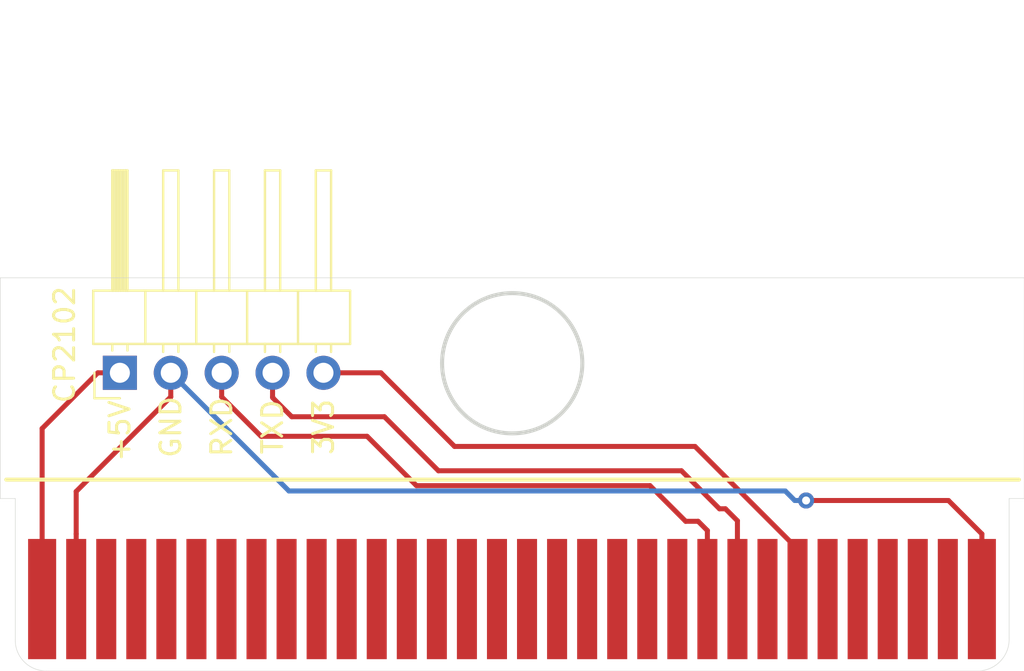
<source format=kicad_pcb>
(kicad_pcb (version 20171130) (host pcbnew "(5.1.2)-2")

  (general
    (thickness 0.8)
    (drawings 17)
    (tracks 41)
    (zones 0)
    (modules 2)
    (nets 32)
  )

  (page A4)
  (layers
    (0 F.Cu signal)
    (31 B.Cu signal)
    (32 B.Adhes user)
    (33 F.Adhes user)
    (34 B.Paste user)
    (35 F.Paste user)
    (36 B.SilkS user)
    (37 F.SilkS user)
    (38 B.Mask user)
    (39 F.Mask user)
    (40 Dwgs.User user)
    (41 Cmts.User user)
    (42 Eco1.User user)
    (43 Eco2.User user)
    (44 Edge.Cuts user)
    (45 Margin user)
    (46 B.CrtYd user)
    (47 F.CrtYd user)
    (48 B.Fab user)
    (49 F.Fab user)
  )

  (setup
    (last_trace_width 0.25)
    (trace_clearance 0.2)
    (zone_clearance 0.508)
    (zone_45_only no)
    (trace_min 0.2)
    (via_size 0.8)
    (via_drill 0.4)
    (via_min_size 0.4)
    (via_min_drill 0.3)
    (uvia_size 0.3)
    (uvia_drill 0.1)
    (uvias_allowed no)
    (uvia_min_size 0.2)
    (uvia_min_drill 0.1)
    (edge_width 0.2)
    (segment_width 0.2)
    (pcb_text_width 0.3)
    (pcb_text_size 1.5 1.5)
    (mod_edge_width 0.15)
    (mod_text_size 1 1)
    (mod_text_width 0.15)
    (pad_size 1 6)
    (pad_drill 0)
    (pad_to_mask_clearance 0.2)
    (solder_mask_min_width 0.25)
    (aux_axis_origin 0 0)
    (visible_elements 7FFFEFFF)
    (pcbplotparams
      (layerselection 0x3ffff_ffffffff)
      (usegerberextensions false)
      (usegerberattributes false)
      (usegerberadvancedattributes false)
      (creategerberjobfile false)
      (excludeedgelayer true)
      (linewidth 0.100000)
      (plotframeref false)
      (viasonmask false)
      (mode 1)
      (useauxorigin false)
      (hpglpennumber 1)
      (hpglpenspeed 20)
      (hpglpendiameter 15.000000)
      (psnegative false)
      (psa4output false)
      (plotreference true)
      (plotvalue true)
      (plotinvisibletext false)
      (padsonsilk false)
      (subtractmaskfromsilk false)
      (outputformat 1)
      (mirror false)
      (drillshape 0)
      (scaleselection 1)
      (outputdirectory "gerbers/"))
  )

  (net 0 "")
  (net 1 GND)
  (net 2 "Net-(U0-Pad20)")
  (net 3 "Net-(U0-Pad5)")
  (net 4 "Net-(C1-Pad2)")
  (net 5 "Net-(M1-Pad2)")
  (net 6 "Net-(M1-Pad3)")
  (net 7 "Net-(M1-Pad4)")
  (net 8 "Net-(M1-Pad5)")
  (net 9 "Net-(M1-Pad6)")
  (net 10 "Net-(M1-Pad7)")
  (net 11 "Net-(M1-Pad8)")
  (net 12 "Net-(M1-Pad9)")
  (net 13 "Net-(M1-Pad11)")
  (net 14 "Net-(M1-Pad12)")
  (net 15 "Net-(M1-Pad13)")
  (net 16 "Net-(M1-Pad15)")
  (net 17 "Net-(M1-Pad16)")
  (net 18 "Net-(M1-Pad17)")
  (net 19 "Net-(M1-Pad18)")
  (net 20 "Net-(M1-Pad19)")
  (net 21 "Net-(M1-Pad21)")
  (net 22 "Net-(M1-Pad22)")
  (net 23 "Net-(M1-Pad23)")
  (net 24 "Net-(M1-Pad24)")
  (net 25 "Net-(M1-Pad25)")
  (net 26 "Net-(M1-Pad27)")
  (net 27 "Net-(U0-Pad19)")
  (net 28 "Net-(U0-Pad21)")
  (net 29 "Net-(U0-Pad30)")
  (net 30 "Net-(M1-Pad10)")
  (net 31 "Net-(U0-Pad31)")

  (net_class Default "This is the default net class."
    (clearance 0.2)
    (trace_width 0.25)
    (via_dia 0.8)
    (via_drill 0.4)
    (uvia_dia 0.3)
    (uvia_drill 0.1)
    (add_net GND)
    (add_net "Net-(C1-Pad2)")
    (add_net "Net-(M1-Pad10)")
    (add_net "Net-(M1-Pad11)")
    (add_net "Net-(M1-Pad12)")
    (add_net "Net-(M1-Pad13)")
    (add_net "Net-(M1-Pad15)")
    (add_net "Net-(M1-Pad16)")
    (add_net "Net-(M1-Pad17)")
    (add_net "Net-(M1-Pad18)")
    (add_net "Net-(M1-Pad19)")
    (add_net "Net-(M1-Pad2)")
    (add_net "Net-(M1-Pad21)")
    (add_net "Net-(M1-Pad22)")
    (add_net "Net-(M1-Pad23)")
    (add_net "Net-(M1-Pad24)")
    (add_net "Net-(M1-Pad25)")
    (add_net "Net-(M1-Pad27)")
    (add_net "Net-(M1-Pad3)")
    (add_net "Net-(M1-Pad4)")
    (add_net "Net-(M1-Pad5)")
    (add_net "Net-(M1-Pad6)")
    (add_net "Net-(M1-Pad7)")
    (add_net "Net-(M1-Pad8)")
    (add_net "Net-(M1-Pad9)")
    (add_net "Net-(U0-Pad19)")
    (add_net "Net-(U0-Pad20)")
    (add_net "Net-(U0-Pad21)")
    (add_net "Net-(U0-Pad30)")
    (add_net "Net-(U0-Pad31)")
    (add_net "Net-(U0-Pad5)")
  )

  (module Connector_PinHeader_2.54mm:PinHeader_1x05_P2.54mm_Horizontal (layer F.Cu) (tedit 5E28CE3A) (tstamp 5E296B32)
    (at 123.04014 115.12804 90)
    (descr "Through hole angled pin header, 1x05, 2.54mm pitch, 6mm pin length, single row")
    (tags "Through hole angled pin header THT 1x05 2.54mm single row")
    (fp_text reference CP2102 (at 1.397 -2.76352 90) (layer F.SilkS)
      (effects (font (size 1 1) (thickness 0.15)))
    )
    (fp_text value PinHeader_1x05_P2.54mm_Horizontal (at 4.385 12.43 90) (layer F.Fab)
      (effects (font (size 1 1) (thickness 0.15)))
    )
    (fp_text user %R (at 2.77 5.08) (layer F.Fab)
      (effects (font (size 1 1) (thickness 0.15)))
    )
    (fp_line (start 10.55 -1.8) (end -1.8 -1.8) (layer F.CrtYd) (width 0.05))
    (fp_line (start 10.55 11.95) (end 10.55 -1.8) (layer F.CrtYd) (width 0.05))
    (fp_line (start -1.8 11.95) (end 10.55 11.95) (layer F.CrtYd) (width 0.05))
    (fp_line (start -1.8 -1.8) (end -1.8 11.95) (layer F.CrtYd) (width 0.05))
    (fp_line (start -1.27 -1.27) (end 0 -1.27) (layer F.SilkS) (width 0.12))
    (fp_line (start -1.27 0) (end -1.27 -1.27) (layer F.SilkS) (width 0.12))
    (fp_line (start 1.042929 10.54) (end 1.44 10.54) (layer F.SilkS) (width 0.12))
    (fp_line (start 1.042929 9.78) (end 1.44 9.78) (layer F.SilkS) (width 0.12))
    (fp_line (start 10.1 10.54) (end 4.1 10.54) (layer F.SilkS) (width 0.12))
    (fp_line (start 10.1 9.78) (end 10.1 10.54) (layer F.SilkS) (width 0.12))
    (fp_line (start 4.1 9.78) (end 10.1 9.78) (layer F.SilkS) (width 0.12))
    (fp_line (start 1.44 8.89) (end 4.1 8.89) (layer F.SilkS) (width 0.12))
    (fp_line (start 1.042929 8) (end 1.44 8) (layer F.SilkS) (width 0.12))
    (fp_line (start 1.042929 7.24) (end 1.44 7.24) (layer F.SilkS) (width 0.12))
    (fp_line (start 10.1 8) (end 4.1 8) (layer F.SilkS) (width 0.12))
    (fp_line (start 10.1 7.24) (end 10.1 8) (layer F.SilkS) (width 0.12))
    (fp_line (start 4.1 7.24) (end 10.1 7.24) (layer F.SilkS) (width 0.12))
    (fp_line (start 1.44 6.35) (end 4.1 6.35) (layer F.SilkS) (width 0.12))
    (fp_line (start 1.042929 5.46) (end 1.44 5.46) (layer F.SilkS) (width 0.12))
    (fp_line (start 1.042929 4.7) (end 1.44 4.7) (layer F.SilkS) (width 0.12))
    (fp_line (start 10.1 5.46) (end 4.1 5.46) (layer F.SilkS) (width 0.12))
    (fp_line (start 10.1 4.7) (end 10.1 5.46) (layer F.SilkS) (width 0.12))
    (fp_line (start 4.1 4.7) (end 10.1 4.7) (layer F.SilkS) (width 0.12))
    (fp_line (start 1.44 3.81) (end 4.1 3.81) (layer F.SilkS) (width 0.12))
    (fp_line (start 1.042929 2.92) (end 1.44 2.92) (layer F.SilkS) (width 0.12))
    (fp_line (start 1.042929 2.16) (end 1.44 2.16) (layer F.SilkS) (width 0.12))
    (fp_line (start 10.1 2.92) (end 4.1 2.92) (layer F.SilkS) (width 0.12))
    (fp_line (start 10.1 2.16) (end 10.1 2.92) (layer F.SilkS) (width 0.12))
    (fp_line (start 4.1 2.16) (end 10.1 2.16) (layer F.SilkS) (width 0.12))
    (fp_line (start 1.44 1.27) (end 4.1 1.27) (layer F.SilkS) (width 0.12))
    (fp_line (start 1.11 0.38) (end 1.44 0.38) (layer F.SilkS) (width 0.12))
    (fp_line (start 1.11 -0.38) (end 1.44 -0.38) (layer F.SilkS) (width 0.12))
    (fp_line (start 4.1 0.28) (end 10.1 0.28) (layer F.SilkS) (width 0.12))
    (fp_line (start 4.1 0.16) (end 10.1 0.16) (layer F.SilkS) (width 0.12))
    (fp_line (start 4.1 0.04) (end 10.1 0.04) (layer F.SilkS) (width 0.12))
    (fp_line (start 4.1 -0.08) (end 10.1 -0.08) (layer F.SilkS) (width 0.12))
    (fp_line (start 4.1 -0.2) (end 10.1 -0.2) (layer F.SilkS) (width 0.12))
    (fp_line (start 4.1 -0.32) (end 10.1 -0.32) (layer F.SilkS) (width 0.12))
    (fp_line (start 10.1 0.38) (end 4.1 0.38) (layer F.SilkS) (width 0.12))
    (fp_line (start 10.1 -0.38) (end 10.1 0.38) (layer F.SilkS) (width 0.12))
    (fp_line (start 4.1 -0.38) (end 10.1 -0.38) (layer F.SilkS) (width 0.12))
    (fp_line (start 4.1 -1.33) (end 1.44 -1.33) (layer F.SilkS) (width 0.12))
    (fp_line (start 4.1 11.49) (end 4.1 -1.33) (layer F.SilkS) (width 0.12))
    (fp_line (start 1.44 11.49) (end 4.1 11.49) (layer F.SilkS) (width 0.12))
    (fp_line (start 1.44 -1.33) (end 1.44 11.49) (layer F.SilkS) (width 0.12))
    (fp_line (start 4.04 10.48) (end 10.04 10.48) (layer F.Fab) (width 0.1))
    (fp_line (start 10.04 9.84) (end 10.04 10.48) (layer F.Fab) (width 0.1))
    (fp_line (start 4.04 9.84) (end 10.04 9.84) (layer F.Fab) (width 0.1))
    (fp_line (start -0.32 10.48) (end 1.5 10.48) (layer F.Fab) (width 0.1))
    (fp_line (start -0.32 9.84) (end -0.32 10.48) (layer F.Fab) (width 0.1))
    (fp_line (start -0.32 9.84) (end 1.5 9.84) (layer F.Fab) (width 0.1))
    (fp_line (start 4.04 7.94) (end 10.04 7.94) (layer F.Fab) (width 0.1))
    (fp_line (start 10.04 7.3) (end 10.04 7.94) (layer F.Fab) (width 0.1))
    (fp_line (start 4.04 7.3) (end 10.04 7.3) (layer F.Fab) (width 0.1))
    (fp_line (start -0.32 7.94) (end 1.5 7.94) (layer F.Fab) (width 0.1))
    (fp_line (start -0.32 7.3) (end -0.32 7.94) (layer F.Fab) (width 0.1))
    (fp_line (start -0.32 7.3) (end 1.5 7.3) (layer F.Fab) (width 0.1))
    (fp_line (start 4.04 5.4) (end 10.04 5.4) (layer F.Fab) (width 0.1))
    (fp_line (start 10.04 4.76) (end 10.04 5.4) (layer F.Fab) (width 0.1))
    (fp_line (start 4.04 4.76) (end 10.04 4.76) (layer F.Fab) (width 0.1))
    (fp_line (start -0.32 5.4) (end 1.5 5.4) (layer F.Fab) (width 0.1))
    (fp_line (start -0.32 4.76) (end -0.32 5.4) (layer F.Fab) (width 0.1))
    (fp_line (start -0.32 4.76) (end 1.5 4.76) (layer F.Fab) (width 0.1))
    (fp_line (start 4.04 2.86) (end 10.04 2.86) (layer F.Fab) (width 0.1))
    (fp_line (start 10.04 2.22) (end 10.04 2.86) (layer F.Fab) (width 0.1))
    (fp_line (start 4.04 2.22) (end 10.04 2.22) (layer F.Fab) (width 0.1))
    (fp_line (start -0.32 2.86) (end 1.5 2.86) (layer F.Fab) (width 0.1))
    (fp_line (start -0.32 2.22) (end -0.32 2.86) (layer F.Fab) (width 0.1))
    (fp_line (start -0.32 2.22) (end 1.5 2.22) (layer F.Fab) (width 0.1))
    (fp_line (start 4.04 0.32) (end 10.04 0.32) (layer F.Fab) (width 0.1))
    (fp_line (start 10.04 -0.32) (end 10.04 0.32) (layer F.Fab) (width 0.1))
    (fp_line (start 4.04 -0.32) (end 10.04 -0.32) (layer F.Fab) (width 0.1))
    (fp_line (start -0.32 0.32) (end 1.5 0.32) (layer F.Fab) (width 0.1))
    (fp_line (start -0.32 -0.32) (end -0.32 0.32) (layer F.Fab) (width 0.1))
    (fp_line (start -0.32 -0.32) (end 1.5 -0.32) (layer F.Fab) (width 0.1))
    (fp_line (start 1.5 -0.635) (end 2.135 -1.27) (layer F.Fab) (width 0.1))
    (fp_line (start 1.5 11.43) (end 1.5 -0.635) (layer F.Fab) (width 0.1))
    (fp_line (start 4.04 11.43) (end 1.5 11.43) (layer F.Fab) (width 0.1))
    (fp_line (start 4.04 -1.27) (end 4.04 11.43) (layer F.Fab) (width 0.1))
    (fp_line (start 2.135 -1.27) (end 4.04 -1.27) (layer F.Fab) (width 0.1))
    (pad 5 thru_hole oval (at 0 10.16 90) (size 1.7 1.7) (drill 1) (layers *.Cu *.Mask)
      (net 17 "Net-(M1-Pad16)"))
    (pad 4 thru_hole oval (at 0 7.62 90) (size 1.7 1.7) (drill 1) (layers *.Cu *.Mask)
      (net 15 "Net-(M1-Pad13)"))
    (pad 3 thru_hole oval (at 0 5.08 90) (size 1.7 1.7) (drill 1) (layers *.Cu *.Mask)
      (net 14 "Net-(M1-Pad12)"))
    (pad 2 thru_hole oval (at 0 2.54 90) (size 1.7 1.7) (drill 1) (layers *.Cu *.Mask)
      (net 1 GND))
    (pad 1 thru_hole rect (at 0 0 90) (size 1.7 1.7) (drill 1) (layers *.Cu *.Mask)
      (net 4 "Net-(C1-Pad2)"))
    (model ${KISYS3DMOD}/Connector_PinHeader_2.54mm.3dshapes/PinHeader_1x05_P2.54mm_Horizontal.wrl
      (at (xyz 0 0 0))
      (scale (xyz 1 1 1))
      (rotate (xyz 0 0 0))
    )
  )

  (module Custom:GBBus (layer F.Cu) (tedit 5E28CE4E) (tstamp 5BCCAC7E)
    (at 118.46 123.42)
    (descr "Connector Pads for Gameboy Cartridges")
    (path /5BCBB1ED)
    (fp_text reference U0 (at 23.12 -2.565) (layer F.SilkS) hide
      (effects (font (size 1.27 1.27) (thickness 0.15)))
    )
    (fp_text value CartBus (at 24.49 -7.525) (layer F.SilkS) hide
      (effects (font (size 1.27 1.27) (thickness 0.15)))
    )
    (pad 1 smd rect (at 0.7 3 180) (size 1.4 6) (layers F.Cu F.Paste F.Mask)
      (net 4 "Net-(C1-Pad2)") (solder_mask_margin 0.0508))
    (pad 2 smd rect (at 2.4 3) (size 1 6) (layers F.Cu F.Paste F.Mask)
      (net 1 GND) (solder_mask_margin 0.0508))
    (pad 4 smd rect (at 5.4 3 180) (size 1 6) (layers F.Cu F.Paste F.Mask)
      (net 22 "Net-(M1-Pad22)") (solder_mask_margin 0.0508))
    (pad 5 smd rect (at 6.9 3) (size 1 6) (layers F.Cu F.Paste F.Mask)
      (net 3 "Net-(U0-Pad5)") (solder_mask_margin 0.0508))
    (pad 6 smd rect (at 8.4 3) (size 1 6) (layers F.Cu F.Paste F.Mask)
      (net 30 "Net-(M1-Pad10)") (solder_mask_margin 0.0508))
    (pad 7 smd rect (at 9.9 3) (size 1 6) (layers F.Cu F.Paste F.Mask)
      (net 12 "Net-(M1-Pad9)") (solder_mask_margin 0.0508))
    (pad 8 smd rect (at 11.4 3) (size 1 6) (layers F.Cu F.Paste F.Mask)
      (net 11 "Net-(M1-Pad8)") (solder_mask_margin 0.0508))
    (pad 9 smd rect (at 12.9 3) (size 1 6) (layers F.Cu F.Paste F.Mask)
      (net 10 "Net-(M1-Pad7)") (solder_mask_margin 0.0508))
    (pad 10 smd rect (at 14.4 3) (size 1 6) (layers F.Cu F.Paste F.Mask)
      (net 9 "Net-(M1-Pad6)") (solder_mask_margin 0.0508))
    (pad 11 smd rect (at 15.9 3) (size 1 6) (layers F.Cu F.Paste F.Mask)
      (net 8 "Net-(M1-Pad5)") (solder_mask_margin 0.0508))
    (pad 12 smd rect (at 17.4 3) (size 1 6) (layers F.Cu F.Paste F.Mask)
      (net 7 "Net-(M1-Pad4)") (solder_mask_margin 0.0508))
    (pad 13 smd rect (at 18.9 3) (size 1 6) (layers F.Cu F.Paste F.Mask)
      (net 6 "Net-(M1-Pad3)") (solder_mask_margin 0.0508))
    (pad 14 smd rect (at 20.4 3) (size 1 6) (layers F.Cu F.Paste F.Mask)
      (net 25 "Net-(M1-Pad25)") (solder_mask_margin 0.0508))
    (pad 15 smd rect (at 21.9 3) (size 1 6) (layers F.Cu F.Paste F.Mask)
      (net 24 "Net-(M1-Pad24)") (solder_mask_margin 0.0508))
    (pad 16 smd rect (at 23.4 3) (size 1 6) (layers F.Cu F.Paste F.Mask)
      (net 21 "Net-(M1-Pad21)") (solder_mask_margin 0.0508))
    (pad 17 smd rect (at 24.9 3) (size 1 6) (layers F.Cu F.Paste F.Mask)
      (net 23 "Net-(M1-Pad23)") (solder_mask_margin 0.0508))
    (pad 18 smd rect (at 26.4 3) (size 1 6) (layers F.Cu F.Paste F.Mask)
      (net 5 "Net-(M1-Pad2)") (solder_mask_margin 0.0508))
    (pad 19 smd rect (at 27.9 3) (size 1 6) (layers F.Cu F.Paste F.Mask)
      (net 27 "Net-(U0-Pad19)") (solder_mask_margin 0.0508))
    (pad 20 smd rect (at 29.4 3) (size 1 6) (layers F.Cu F.Paste F.Mask)
      (net 2 "Net-(U0-Pad20)") (solder_mask_margin 0.0508))
    (pad 21 smd rect (at 30.9 3) (size 1 6) (layers F.Cu F.Paste F.Mask)
      (net 28 "Net-(U0-Pad21)") (solder_mask_margin 0.0508))
    (pad 3 smd rect (at 3.9 3 180) (size 1 6) (layers F.Cu F.Paste F.Mask)
      (net 26 "Net-(M1-Pad27)") (solder_mask_margin 0.0508))
    (pad 22 smd rect (at 32.4 3) (size 1 6) (layers F.Cu F.Paste F.Mask)
      (net 13 "Net-(M1-Pad11)") (solder_mask_margin 0.0508))
    (pad 23 smd rect (at 33.9 3) (size 1 6) (layers F.Cu F.Paste F.Mask)
      (net 14 "Net-(M1-Pad12)") (solder_mask_margin 0.0508))
    (pad 24 smd rect (at 35.4 3) (size 1 6) (layers F.Cu F.Paste F.Mask)
      (net 15 "Net-(M1-Pad13)") (solder_mask_margin 0.0508))
    (pad 25 smd rect (at 36.9 3) (size 1 6) (layers F.Cu F.Paste F.Mask)
      (net 16 "Net-(M1-Pad15)") (solder_mask_margin 0.0508))
    (pad 26 smd rect (at 38.4 3) (size 1 6) (layers F.Cu F.Paste F.Mask)
      (net 17 "Net-(M1-Pad16)") (solder_mask_margin 0.0508))
    (pad 27 smd rect (at 39.9 3) (size 1 6) (layers F.Cu F.Paste F.Mask)
      (net 18 "Net-(M1-Pad17)") (solder_mask_margin 0.0508))
    (pad 28 smd rect (at 41.4 3) (size 1 6) (layers F.Cu F.Paste F.Mask)
      (net 19 "Net-(M1-Pad18)") (solder_mask_margin 0.0508))
    (pad 29 smd rect (at 42.9 3) (size 1 6) (layers F.Cu F.Paste F.Mask)
      (net 20 "Net-(M1-Pad19)") (solder_mask_margin 0.0508))
    (pad 30 smd rect (at 44.4 3) (size 1 6) (layers F.Cu F.Paste F.Mask)
      (net 29 "Net-(U0-Pad30)") (solder_mask_margin 0.0508))
    (pad 31 smd rect (at 45.9 3) (size 1 6) (layers F.Cu F.Paste F.Mask)
      (net 31 "Net-(U0-Pad31)") (solder_mask_margin 0.0508))
    (pad 32 smd rect (at 47.6 3 180) (size 1.4 6) (layers F.Cu F.Paste F.Mask)
      (net 1 GND) (solder_mask_margin 0.0508))
  )

  (gr_text 3V3 (at 133.20014 117.8337 90) (layer F.SilkS)
    (effects (font (size 1 1) (thickness 0.15)))
  )
  (gr_text TXD (at 130.66014 117.8337 90) (layer F.SilkS)
    (effects (font (size 1 1) (thickness 0.15)))
  )
  (gr_text RXD (at 128.12014 117.8337 90) (layer F.SilkS)
    (effects (font (size 1 1) (thickness 0.15)))
  )
  (gr_text GND (at 125.58014 117.8337 90) (layer F.SilkS)
    (effects (font (size 1 1) (thickness 0.15)))
  )
  (gr_text +5V (at 123.04014 118.0337 90) (layer F.SilkS)
    (effects (font (size 1 1) (thickness 0.15)))
  )
  (gr_line (start 168.17 121.402) (end 168.17 110.3884) (layer Edge.Cuts) (width 0.0254) (tstamp 5C6B2918))
  (gr_circle (center 142.62 114.652) (end 146.12 114.652) (layer Edge.Cuts) (width 0.2) (tstamp 5C6B2912))
  (gr_line (start 117.07 121.402) (end 117.82 121.402) (layer Edge.Cuts) (width 0.0254) (tstamp 5C6B16C7))
  (gr_line (start 117.07 110.3884) (end 117.07 121.402) (layer Edge.Cuts) (width 0.0254) (tstamp 5C6B16C6))
  (gr_line (start 119.36 130.002) (end 165.99 130.002) (layer Edge.Cuts) (width 0.0254) (tstamp 5C6B16C4))
  (gr_line (start 168.17 110.3884) (end 117.07 110.3884) (layer Edge.Cuts) (width 0.0254) (tstamp 5C6B16C3))
  (gr_line (start 167.42 128.362) (end 167.42 121.402) (layer Edge.Cuts) (width 0.0254) (tstamp 5C6B16C2))
  (gr_line (start 117.82 121.402) (end 117.82 128.442) (layer Edge.Cuts) (width 0.0254) (tstamp 5C6B16C1))
  (gr_line (start 167.42 121.402) (end 168.17 121.402) (layer Edge.Cuts) (width 0.0254) (tstamp 5C6B16C0))
  (gr_arc (start 165.83913 128.427) (end 167.42 128.362) (angle 86.88278645) (layer Edge.Cuts) (width 0.0254) (tstamp 5C6B16BE))
  (gr_arc (start 119.345 128.47668) (end 119.36 130.002) (angle 91.86616649) (layer Edge.Cuts) (width 0.0254) (tstamp 5C6B16BC))
  (gr_line (start 167.91 120.46) (end 117.37 120.46) (layer F.SilkS) (width 0.2))

  (segment (start 120.86 123.17) (end 120.86 126.42) (width 0.25) (layer F.Cu) (net 1))
  (segment (start 120.86 121.050261) (end 120.86 123.17) (width 0.25) (layer F.Cu) (net 1))
  (segment (start 125.58014 116.330121) (end 120.86 121.050261) (width 0.25) (layer F.Cu) (net 1))
  (segment (start 125.58014 115.12804) (end 125.58014 116.330121) (width 0.25) (layer F.Cu) (net 1))
  (segment (start 166.06 123.17) (end 164.3909 121.5009) (width 0.25) (layer F.Cu) (net 1))
  (segment (start 166.06 126.42) (end 166.06 123.17) (width 0.25) (layer F.Cu) (net 1))
  (segment (start 164.3909 121.5009) (end 157.28696 121.5009) (width 0.25) (layer F.Cu) (net 1))
  (segment (start 157.28696 121.5009) (end 157.28696 121.5009) (width 0.25) (layer F.Cu) (net 1) (tstamp 5E297A4D))
  (via (at 157.28696 121.5009) (size 0.8) (drill 0.4) (layers F.Cu B.Cu) (net 1))
  (segment (start 156.721275 121.5009) (end 156.246295 121.02592) (width 0.25) (layer B.Cu) (net 1))
  (segment (start 157.28696 121.5009) (end 156.721275 121.5009) (width 0.25) (layer B.Cu) (net 1))
  (segment (start 131.47802 121.02592) (end 125.58014 115.12804) (width 0.25) (layer B.Cu) (net 1))
  (segment (start 156.246295 121.02592) (end 131.47802 121.02592) (width 0.25) (layer B.Cu) (net 1))
  (segment (start 121.94014 115.12804) (end 123.04014 115.12804) (width 0.25) (layer F.Cu) (net 4))
  (segment (start 119.16 117.90818) (end 121.94014 115.12804) (width 0.25) (layer F.Cu) (net 4))
  (segment (start 119.16 126.42) (end 119.16 117.90818) (width 0.25) (layer F.Cu) (net 4))
  (segment (start 152.36 123.00014) (end 152.36 126.42) (width 0.25) (layer F.Cu) (net 14))
  (segment (start 151.89962 122.53976) (end 152.36 123.00014) (width 0.25) (layer F.Cu) (net 14))
  (segment (start 151.27732 122.53976) (end 151.89962 122.53976) (width 0.25) (layer F.Cu) (net 14))
  (segment (start 128.12014 116.330121) (end 130.087979 118.29796) (width 0.25) (layer F.Cu) (net 14))
  (segment (start 128.12014 115.12804) (end 128.12014 116.330121) (width 0.25) (layer F.Cu) (net 14))
  (segment (start 130.087979 118.29796) (end 135.37946 118.29796) (width 0.25) (layer F.Cu) (net 14))
  (segment (start 135.37946 118.29796) (end 137.84072 120.75922) (width 0.25) (layer F.Cu) (net 14))
  (segment (start 137.84072 120.75922) (end 149.49678 120.75922) (width 0.25) (layer F.Cu) (net 14))
  (segment (start 149.49678 120.75922) (end 151.27732 122.53976) (width 0.25) (layer F.Cu) (net 14))
  (segment (start 130.66014 116.330121) (end 130.66776 116.337741) (width 0.25) (layer F.Cu) (net 15))
  (segment (start 130.66014 115.12804) (end 130.66014 116.330121) (width 0.25) (layer F.Cu) (net 15))
  (segment (start 130.66776 116.337741) (end 130.66776 116.37264) (width 0.25) (layer F.Cu) (net 15))
  (segment (start 130.66776 116.37264) (end 131.61518 117.32006) (width 0.25) (layer F.Cu) (net 15))
  (segment (start 131.61518 117.32006) (end 136.24052 117.32006) (width 0.25) (layer F.Cu) (net 15))
  (segment (start 136.24052 117.32006) (end 138.938 120.01754) (width 0.25) (layer F.Cu) (net 15))
  (segment (start 138.938 120.01754) (end 151.0665 120.01754) (width 0.25) (layer F.Cu) (net 15))
  (segment (start 152.96388 121.91492) (end 153.26106 121.91492) (width 0.25) (layer F.Cu) (net 15))
  (segment (start 151.0665 120.01754) (end 152.96388 121.91492) (width 0.25) (layer F.Cu) (net 15))
  (segment (start 153.86 122.51386) (end 153.86 126.42) (width 0.25) (layer F.Cu) (net 15))
  (segment (start 153.26106 121.91492) (end 153.86 122.51386) (width 0.25) (layer F.Cu) (net 15))
  (segment (start 133.20014 115.12804) (end 136.0678 115.12804) (width 0.25) (layer F.Cu) (net 17))
  (segment (start 136.0678 115.12804) (end 139.74318 118.80342) (width 0.25) (layer F.Cu) (net 17))
  (segment (start 156.86 123.92) (end 156.86 126.42) (width 0.25) (layer F.Cu) (net 17))
  (segment (start 151.74342 118.80342) (end 156.86 123.92) (width 0.25) (layer F.Cu) (net 17))
  (segment (start 139.74318 118.80342) (end 151.74342 118.80342) (width 0.25) (layer F.Cu) (net 17))

)

</source>
